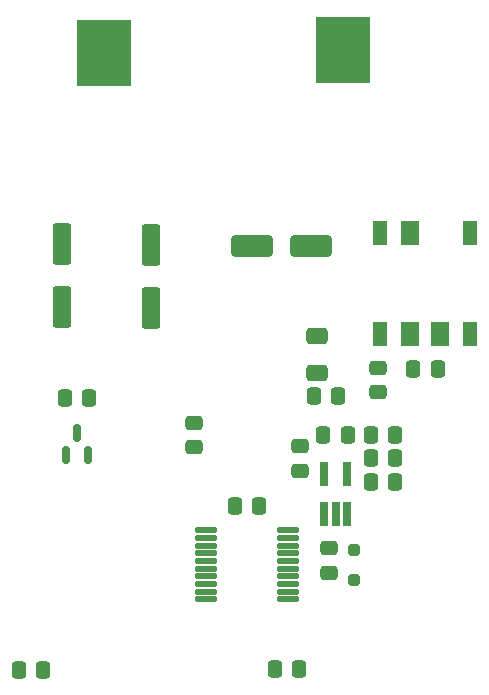
<source format=gtp>
%TF.GenerationSoftware,KiCad,Pcbnew,7.0.8*%
%TF.CreationDate,2024-01-29T20:53:27-05:00*%
%TF.ProjectId,lightlink,6c696768-746c-4696-9e6b-2e6b69636164,rev?*%
%TF.SameCoordinates,Original*%
%TF.FileFunction,Paste,Top*%
%TF.FilePolarity,Positive*%
%FSLAX46Y46*%
G04 Gerber Fmt 4.6, Leading zero omitted, Abs format (unit mm)*
G04 Created by KiCad (PCBNEW 7.0.8) date 2024-01-29 20:53:27*
%MOMM*%
%LPD*%
G01*
G04 APERTURE LIST*
G04 Aperture macros list*
%AMRoundRect*
0 Rectangle with rounded corners*
0 $1 Rounding radius*
0 $2 $3 $4 $5 $6 $7 $8 $9 X,Y pos of 4 corners*
0 Add a 4 corners polygon primitive as box body*
4,1,4,$2,$3,$4,$5,$6,$7,$8,$9,$2,$3,0*
0 Add four circle primitives for the rounded corners*
1,1,$1+$1,$2,$3*
1,1,$1+$1,$4,$5*
1,1,$1+$1,$6,$7*
1,1,$1+$1,$8,$9*
0 Add four rect primitives between the rounded corners*
20,1,$1+$1,$2,$3,$4,$5,0*
20,1,$1+$1,$4,$5,$6,$7,0*
20,1,$1+$1,$6,$7,$8,$9,0*
20,1,$1+$1,$8,$9,$2,$3,0*%
G04 Aperture macros list end*
%ADD10RoundRect,0.250000X0.550000X-1.500000X0.550000X1.500000X-0.550000X1.500000X-0.550000X-1.500000X0*%
%ADD11RoundRect,0.250000X0.475000X-0.337500X0.475000X0.337500X-0.475000X0.337500X-0.475000X-0.337500X0*%
%ADD12RoundRect,0.250000X0.337500X0.475000X-0.337500X0.475000X-0.337500X-0.475000X0.337500X-0.475000X0*%
%ADD13R,4.600000X5.700000*%
%ADD14RoundRect,0.150000X0.150000X-0.587500X0.150000X0.587500X-0.150000X0.587500X-0.150000X-0.587500X0*%
%ADD15RoundRect,0.250000X-0.337500X-0.475000X0.337500X-0.475000X0.337500X0.475000X-0.337500X0.475000X0*%
%ADD16RoundRect,0.250000X0.650000X-0.412500X0.650000X0.412500X-0.650000X0.412500X-0.650000X-0.412500X0*%
%ADD17RoundRect,0.250000X-0.475000X0.337500X-0.475000X-0.337500X0.475000X-0.337500X0.475000X0.337500X0*%
%ADD18R,1.170000X2.000000*%
%ADD19R,1.520000X2.000000*%
%ADD20RoundRect,0.250000X-0.250000X0.250000X-0.250000X-0.250000X0.250000X-0.250000X0.250000X0.250000X0*%
%ADD21RoundRect,0.250000X1.500000X0.650000X-1.500000X0.650000X-1.500000X-0.650000X1.500000X-0.650000X0*%
%ADD22RoundRect,0.125000X-0.825000X-0.125000X0.825000X-0.125000X0.825000X0.125000X-0.825000X0.125000X0*%
%ADD23R,0.650000X2.000000*%
G04 APERTURE END LIST*
D10*
%TO.C,C4*%
X121640000Y-100600000D03*
X121640000Y-95200000D03*
%TD*%
D11*
%TO.C,R11*%
X132840000Y-112437500D03*
X132840000Y-110362500D03*
%TD*%
D12*
%TO.C,C12*%
X149877500Y-113400000D03*
X147802500Y-113400000D03*
%TD*%
%TO.C,C11*%
X149877500Y-115400000D03*
X147802500Y-115400000D03*
%TD*%
D10*
%TO.C,C9*%
X129240000Y-100700000D03*
X129240000Y-95300000D03*
%TD*%
D13*
%TO.C,J4*%
X145465000Y-78850000D03*
%TD*%
D14*
%TO.C,Q1*%
X122940000Y-111262500D03*
X121990000Y-113137500D03*
X123890000Y-113137500D03*
%TD*%
D15*
%TO.C,R19*%
X147802500Y-111400000D03*
X149877500Y-111400000D03*
%TD*%
D16*
%TO.C,C3*%
X143240000Y-106125000D03*
X143240000Y-103000000D03*
%TD*%
D12*
%TO.C,C15*%
X141777500Y-131200000D03*
X139702500Y-131200000D03*
%TD*%
D13*
%TO.C,J5*%
X125240000Y-79100000D03*
%TD*%
D15*
%TO.C,R18*%
X143802500Y-111400000D03*
X145877500Y-111400000D03*
%TD*%
D11*
%TO.C,R8*%
X148440000Y-107800000D03*
X148440000Y-105725000D03*
%TD*%
D17*
%TO.C,R16*%
X141840000Y-112362500D03*
X141840000Y-114437500D03*
%TD*%
D18*
%TO.C,U3*%
X148630000Y-102900000D03*
D19*
X151170000Y-102900000D03*
X153710000Y-102900000D03*
D18*
X156250000Y-102900000D03*
X156250000Y-94300000D03*
D19*
X151170000Y-94300000D03*
D18*
X148630000Y-94300000D03*
%TD*%
D15*
%TO.C,R17*%
X121902500Y-108300000D03*
X123977500Y-108300000D03*
%TD*%
D20*
%TO.C,D5*%
X146440000Y-121150000D03*
X146440000Y-123650000D03*
%TD*%
D12*
%TO.C,C2*%
X153477500Y-105800000D03*
X151402500Y-105800000D03*
%TD*%
%TO.C,R1*%
X120077500Y-131300000D03*
X118002500Y-131300000D03*
%TD*%
%TO.C,R7*%
X145077500Y-108100000D03*
X143002500Y-108100000D03*
%TD*%
D11*
%TO.C,C13*%
X144290000Y-123087500D03*
X144290000Y-121012500D03*
%TD*%
D21*
%TO.C,D2*%
X142740000Y-95400000D03*
X137740000Y-95400000D03*
%TD*%
D12*
%TO.C,C14*%
X138377500Y-117400000D03*
X136302500Y-117400000D03*
%TD*%
D22*
%TO.C,U1*%
X133840000Y-119475000D03*
X133840000Y-120125000D03*
X133840000Y-120775000D03*
X133840000Y-121425000D03*
X133840000Y-122075000D03*
X133840000Y-122725000D03*
X133840000Y-123375000D03*
X133840000Y-124025000D03*
X133840000Y-124675000D03*
X133840000Y-125325000D03*
X140840000Y-125325000D03*
X140840000Y-124675000D03*
X140840000Y-124025000D03*
X140840000Y-123375000D03*
X140840000Y-122725000D03*
X140840000Y-122075000D03*
X140840000Y-121425000D03*
X140840000Y-120775000D03*
X140840000Y-120125000D03*
X140840000Y-119475000D03*
%TD*%
D23*
%TO.C,U5*%
X143890000Y-118110000D03*
X144840000Y-118110000D03*
X145790000Y-118110000D03*
X145790000Y-114690000D03*
X143890000Y-114690000D03*
%TD*%
M02*

</source>
